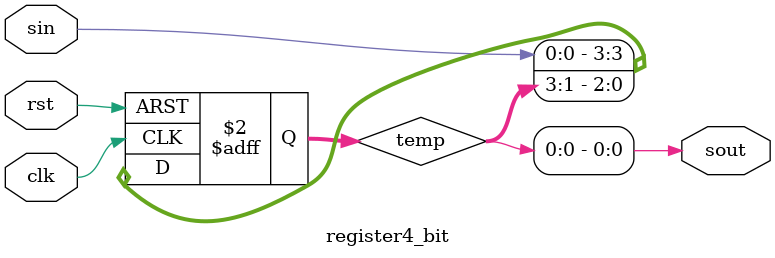
<source format=v>
module register4_bit(clk,rst,sin,sout);
  input clk,rst,sin;
  output sout;
  reg [3:0]temp;
  always@(posedge clk or posedge rst)
    begin
      if(rst)
        temp<=4'b0000;
      else
        temp<={sin,temp[3:1]}; // RIGHT SHIFT  ----> LEFT SHIFT--> temp<={temp[3:1],sin};
      
    end
  assign sout=temp[0]; // AT LSB U CAN TAKE OUTPUT  sout=temp[3]<---LEFT SHIFT
endmodule


</source>
